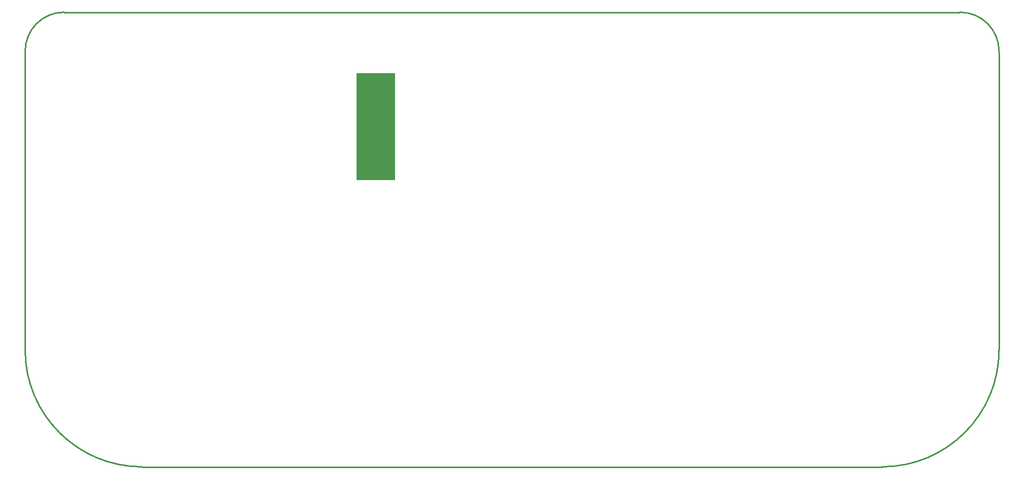
<source format=gko>
G04*
G04 #@! TF.GenerationSoftware,Altium Limited,Altium Designer,23.7.1 (13)*
G04*
G04 Layer_Color=16711935*
%FSLAX44Y44*%
%MOMM*%
G71*
G04*
G04 #@! TF.SameCoordinates,F0151953-7860-4C4B-BC48-228A45E59CF9*
G04*
G04*
G04 #@! TF.FilePolarity,Positive*
G04*
G01*
G75*
%ADD12C,0.2540*%
%ADD65R,6.2230X17.5260*%
D12*
X1583690Y87630D02*
G03*
X1774190Y278130I0J190500D01*
G01*
X187960D02*
G03*
X378460Y87630I190500J0D01*
G01*
X1774190Y765810D02*
G03*
X1710690Y829310I-63500J0D01*
G01*
X251460D02*
G03*
X187960Y765810I0J-63500D01*
G01*
X1774190Y278130D02*
Y765810D01*
X187960Y278130D02*
Y765810D01*
X378460Y87630D02*
X1583690D01*
X251460Y829310D02*
X1710690D01*
D65*
X758825Y642620D02*
D03*
M02*

</source>
